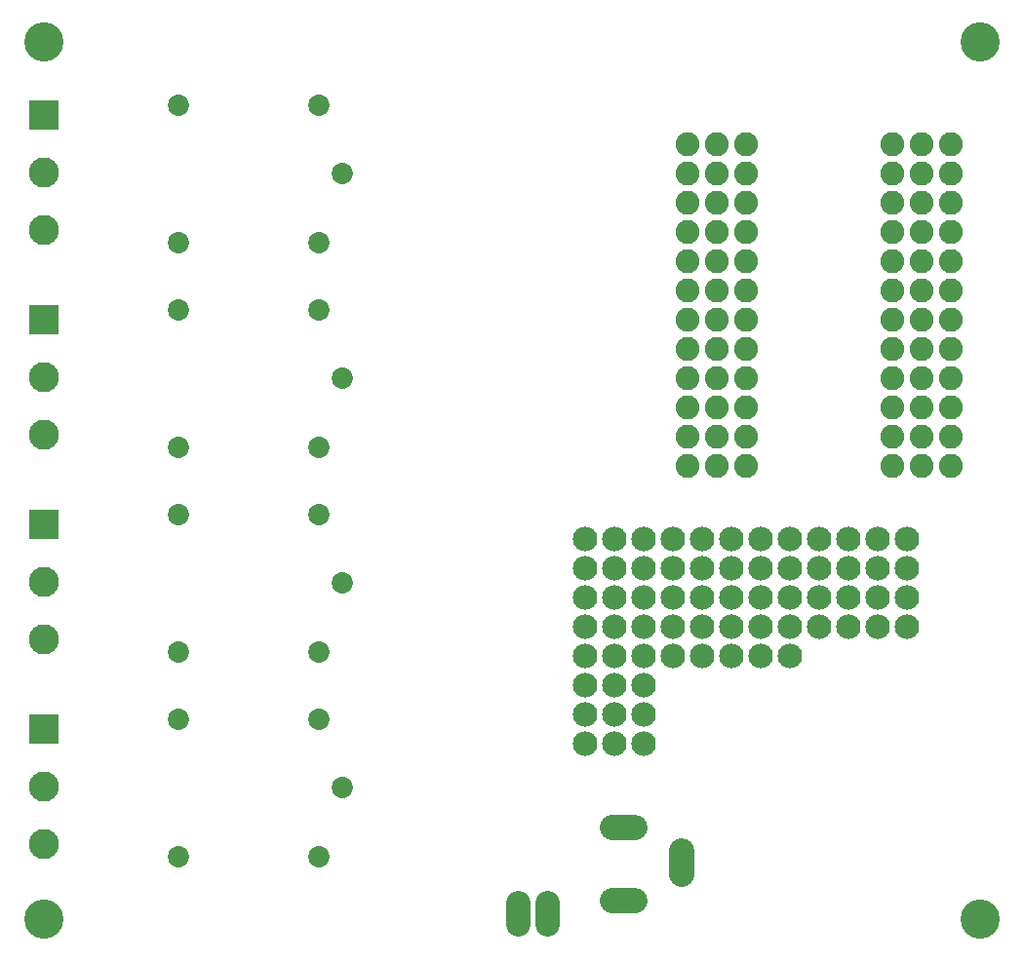
<source format=gbs>
G75*
%MOIN*%
%OFA0B0*%
%FSLAX24Y24*%
%IPPOS*%
%LPD*%
%AMOC8*
5,1,8,0,0,1.08239X$1,22.5*
%
%ADD10C,0.1340*%
%ADD11C,0.0730*%
%ADD12R,0.1030X0.1030*%
%ADD13C,0.1030*%
%ADD14C,0.0820*%
%ADD15C,0.0820*%
%ADD16C,0.0867*%
%ADD17C,0.0840*%
D10*
X005833Y006393D03*
X005833Y036393D03*
X037833Y036393D03*
X037833Y006393D03*
D11*
X016023Y010893D03*
X015233Y013253D03*
X015233Y015533D03*
X016023Y017893D03*
X015233Y020253D03*
X015233Y022533D03*
X016023Y024893D03*
X015233Y027253D03*
X015233Y029533D03*
X016023Y031893D03*
X015233Y034253D03*
X010433Y034253D03*
X010433Y029533D03*
X010433Y027253D03*
X010433Y022533D03*
X010433Y020253D03*
X010433Y015533D03*
X010433Y013253D03*
X010433Y008533D03*
X015233Y008533D03*
D12*
X005833Y012893D03*
X005833Y019893D03*
X005833Y026893D03*
X005833Y033893D03*
D13*
X005833Y031925D03*
X005833Y029956D03*
X005833Y024925D03*
X005833Y022956D03*
X005833Y017925D03*
X005833Y015956D03*
X005833Y010925D03*
X005833Y008956D03*
D14*
X027833Y021893D03*
X028833Y021893D03*
X029833Y021893D03*
X029833Y022893D03*
X028833Y022893D03*
X027833Y022893D03*
X027833Y023893D03*
X028833Y023893D03*
X029833Y023893D03*
X029833Y024893D03*
X028833Y024893D03*
X027833Y024893D03*
X027833Y025893D03*
X028833Y025893D03*
X029833Y025893D03*
X029833Y026893D03*
X028833Y026893D03*
X027833Y026893D03*
X027833Y027893D03*
X028833Y027893D03*
X029833Y027893D03*
X029833Y028893D03*
X028833Y028893D03*
X027833Y028893D03*
X027833Y029893D03*
X028833Y029893D03*
X029833Y029893D03*
X029833Y030893D03*
X028833Y030893D03*
X027833Y030893D03*
X027833Y031893D03*
X028833Y031893D03*
X029833Y031893D03*
X029833Y032893D03*
X028833Y032893D03*
X027833Y032893D03*
X034833Y032893D03*
X034833Y031893D03*
X034833Y030893D03*
X035833Y030893D03*
X035833Y031893D03*
X035833Y032893D03*
X036833Y032893D03*
X036833Y031893D03*
X036833Y030893D03*
X036833Y029893D03*
X036833Y028893D03*
X036833Y027893D03*
X036833Y026893D03*
X036833Y025893D03*
X036833Y024893D03*
X036833Y023893D03*
X036833Y022893D03*
X036833Y021893D03*
X035833Y021893D03*
X034833Y021893D03*
X034833Y022893D03*
X035833Y022893D03*
X035833Y023893D03*
X034833Y023893D03*
X034833Y024893D03*
X035833Y024893D03*
X035833Y025893D03*
X034833Y025893D03*
X034833Y026893D03*
X035833Y026893D03*
X035833Y027893D03*
X034833Y027893D03*
X034833Y028893D03*
X035833Y028893D03*
X035833Y029893D03*
X034833Y029893D03*
D15*
X023033Y006963D02*
X023033Y006223D01*
X022033Y006223D02*
X022033Y006963D01*
D16*
X025255Y007046D02*
X026042Y007046D01*
X027617Y007952D02*
X027617Y008739D01*
X026042Y009526D02*
X025255Y009526D01*
D17*
X025333Y012393D03*
X026333Y012393D03*
X026333Y013393D03*
X025333Y013393D03*
X025333Y014393D03*
X026333Y014393D03*
X026333Y015393D03*
X027333Y015393D03*
X028333Y015393D03*
X029333Y015393D03*
X030333Y015393D03*
X031333Y015393D03*
X031333Y016393D03*
X032333Y016393D03*
X032333Y017393D03*
X031333Y017393D03*
X030333Y017393D03*
X030333Y016393D03*
X029333Y016393D03*
X028333Y016393D03*
X028333Y017393D03*
X029333Y017393D03*
X029333Y018393D03*
X030333Y018393D03*
X030333Y019393D03*
X029333Y019393D03*
X028333Y019393D03*
X028333Y018393D03*
X027333Y018393D03*
X026333Y018393D03*
X025333Y018393D03*
X025333Y019393D03*
X026333Y019393D03*
X027333Y019393D03*
X027333Y017393D03*
X027333Y016393D03*
X026333Y016393D03*
X025333Y016393D03*
X025333Y017393D03*
X026333Y017393D03*
X024333Y017393D03*
X024333Y016393D03*
X024333Y015393D03*
X024333Y014393D03*
X024333Y013393D03*
X024333Y012393D03*
X025333Y015393D03*
X024333Y018393D03*
X024333Y019393D03*
X031333Y019393D03*
X031333Y018393D03*
X032333Y018393D03*
X032333Y019393D03*
X033333Y019393D03*
X033333Y018393D03*
X034333Y018393D03*
X035333Y018393D03*
X035333Y019393D03*
X034333Y019393D03*
X034333Y017393D03*
X034333Y016393D03*
X035333Y016393D03*
X035333Y017393D03*
X033333Y017393D03*
X033333Y016393D03*
M02*

</source>
